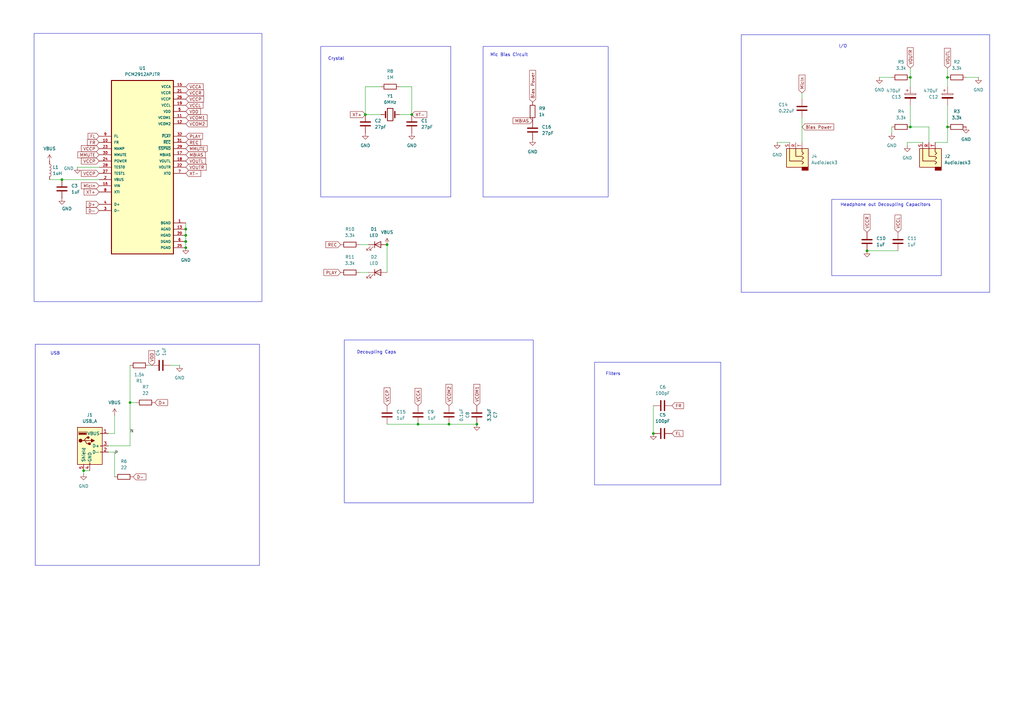
<source format=kicad_sch>
(kicad_sch (version 20250114) (generator "eeschema") (generator_version "9.0")
  (paper "A3")
  (title_block (title "AudioCardio") (date "2025-08-10") (company "Hasnat4763"))
  (lib_symbols
    (symbol "Connector:USB_A" (pin_names (offset 1.016))
      (property "Reference" "J" (at -5.08 11.43 0))
      (property "Value" "USB_A" (at -5.08 8.89 0))
      (symbol "USB_A_0_1"
        (rectangle (start -5.08 -7.62) (end 5.08 7.62) (stroke (width 0.254)) (fill (type background)))
        (circle (center -3.81 2.159) (radius 0.635) (stroke (width 0.254)) (fill (type outline)))
        (polyline (pts (xy -3.175 2.159) (xy -2.54 2.159) (xy -1.27 3.429) (xy -0.635 3.429)) (stroke (width 0.254)))
        (polyline (pts (xy -2.54 2.159) (xy -1.905 2.159) (xy -1.27 0.889) (xy 0 0.889)) (stroke (width 0.254)))
        (rectangle (start -1.524 4.826) (end -4.318 5.334) (fill (type outline)))
        (rectangle (start -1.27 4.572) (end -4.572 5.842))
        (circle (center -0.635 3.429) (radius 0.381) (stroke (width 0.254)) (fill (type outline)))
        (rectangle (start -0.127 -7.62) (end 0.127 -6.858))
        (rectangle (start 0.254 1.27) (end -0.508 0.508) (stroke (width 0.254)) (fill (type outline)))
        (polyline (pts (xy 0.635 2.794) (xy 0.635 1.524) (xy 1.905 2.159) (xy 0.635 2.794)) (stroke (width 0.254)) (fill (type outline)))
        (rectangle (start 5.08 4.953) (end 4.318 5.207))
        (rectangle (start 5.08 -0.127) (end 4.318 0.127))
        (rectangle (start 5.08 -2.667) (end 4.318 -2.413))
      )
      (symbol "USB_A_1_1"
        (polyline (pts (xy -1.905 2.159) (xy 0.635 2.159)) (stroke (width 0.254)))
        (pin passive line (at -2.54 -10.16 90) (length 2.54) (name "Shield") (number "5"))
        (pin power_in line (at 0 -10.16 90) (length 2.54) (name "GND") (number "4"))
        (pin power_in line (at 7.62 5.08 180) (length 2.54) (name "VBUS") (number "1"))
        (pin bidirectional line (at 7.62 0 180) (length 2.54) (name "D+") (number "3"))
        (pin bidirectional line (at 7.62 -2.54 180) (length 2.54) (name "D-") (number "2"))
      )
    )
    (symbol "Connector_Audio:AudioJack3"
      (property "Reference" "J" (at 0 8.89 0))
      (property "Value" "AudioJack3" (at 0 6.35 0))
      (symbol "AudioJack3_0_1"
        (rectangle (start -5.08 -5.08) (end -6.35 -2.54) (stroke (width 0.254)) (fill (type outline)))
        (polyline (pts (xy -1.905 -2.54) (xy -1.27 -3.175) (xy -0.635 -2.54) (xy -0.635 0) (xy 2.54 0)) (stroke (width 0.254)))
        (polyline (pts (xy 0 -2.54) (xy 0.635 -3.175) (xy 1.27 -2.54) (xy 2.54 -2.54)) (stroke (width 0.254)))
        (rectangle (start 2.54 3.81) (end -5.08 -5.08) (stroke (width 0.254)) (fill (type background)))
        (polyline (pts (xy 2.54 2.54) (xy -2.54 2.54) (xy -2.54 -2.54) (xy -3.175 -3.175) (xy -3.81 -2.54)) (stroke (width 0.254)))
      )
      (symbol "AudioJack3_1_1"
        (pin passive line (at 5.08 2.54 180) (length 2.54) (name "~") (number "S"))
        (pin passive line (at 5.08 0 180) (length 2.54) (name "~") (number "R"))
        (pin passive line (at 5.08 -2.54 180) (length 2.54) (name "~") (number "T"))
      )
    )
    (symbol "Device:C" (pin_numbers (hide yes)) (pin_names (offset 0.254))
      (property "Reference" "C" (at 0.635 2.54 0))
      (property "Value" "C" (at 0.635 -2.54 0))
      (symbol "C_0_1"
        (polyline (pts (xy -2.032 0.762) (xy 2.032 0.762)) (stroke (width 0.508)))
        (polyline (pts (xy -2.032 -0.762) (xy 2.032 -0.762)) (stroke (width 0.508)))
      )
      (symbol "C_1_1"
        (pin passive line (at 0 3.81 270) (length 2.794) (name "~") (number "1"))
        (pin passive line (at 0 -3.81 90) (length 2.794) (name "~") (number "2"))
      )
    )
    (symbol "Device:C_Polarized" (pin_numbers (hide yes)) (pin_names (offset 0.254))
      (property "Reference" "C" (at 0.635 2.54 0))
      (property "Value" "C_Polarized" (at 0.635 -2.54 0))
      (symbol "C_Polarized_0_1"
        (rectangle (start -2.286 0.508) (end 2.286 1.016))
        (polyline (pts (xy -1.778 2.286) (xy -0.762 2.286)))
        (polyline (pts (xy -1.27 2.794) (xy -1.27 1.778)))
        (rectangle (start 2.286 -0.508) (end -2.286 -1.016) (fill (type outline)))
      )
      (symbol "C_Polarized_1_1"
        (pin passive line (at 0 3.81 270) (length 2.794) (name "~") (number "1"))
        (pin passive line (at 0 -3.81 90) (length 2.794) (name "~") (number "2"))
      )
    )
    (symbol "Device:Crystal" (pin_numbers (hide yes)) (pin_names (offset 1.016) (hide yes))
      (property "Reference" "Y" (at 0 3.81 0))
      (property "Value" "Crystal" (at 0 -3.81 0))
      (symbol "Crystal_0_1"
        (polyline (pts (xy -2.54 0) (xy -1.905 0)))
        (polyline (pts (xy -1.905 -1.27) (xy -1.905 1.27)) (stroke (width 0.508)))
        (rectangle (start -1.143 2.54) (end 1.143 -2.54) (stroke (width 0.3048)))
        (polyline (pts (xy 1.905 -1.27) (xy 1.905 1.27)) (stroke (width 0.508)))
        (polyline (pts (xy 2.54 0) (xy 1.905 0)))
      )
      (symbol "Crystal_1_1"
        (pin passive line (at -3.81 0 0) (length 1.27) (name "1") (number "1"))
        (pin passive line (at 3.81 0 180) (length 1.27) (name "2") (number "2"))
      )
    )
    (symbol "Device:L" (pin_numbers (hide yes)) (pin_names (offset 1.016) (hide yes))
      (property "Reference" "L" (at -1.27 0 90))
      (property "Value" "L" (at 1.905 0 90))
      (symbol "L_0_1"
        (arc (start 0 2.54) (mid 0.6323 1.905) (end 0 1.27))
        (arc (start 0 1.27) (mid 0.6323 0.635) (end 0 0))
        (arc (start 0 0) (mid 0.6323 -0.635) (end 0 -1.27))
        (arc (start 0 -1.27) (mid 0.6323 -1.905) (end 0 -2.54))
      )
      (symbol "L_1_1"
        (pin passive line (at 0 3.81 270) (length 1.27) (name "1") (number "1"))
        (pin passive line (at 0 -3.81 90) (length 1.27) (name "2") (number "2"))
      )
    )
    (symbol "Device:LED" (pin_numbers (hide yes)) (pin_names (offset 1.016) (hide yes))
      (property "Reference" "D" (at 0 2.54 0))
      (property "Value" "LED" (at 0 -2.54 0))
      (symbol "LED_0_1"
        (polyline (pts (xy -3.048 -0.762) (xy -4.572 -2.286) (xy -3.81 -2.286) (xy -4.572 -2.286) (xy -4.572 -1.524)))
        (polyline (pts (xy -1.778 -0.762) (xy -3.302 -2.286) (xy -2.54 -2.286) (xy -3.302 -2.286) (xy -3.302 -1.524)))
        (polyline (pts (xy -1.27 0) (xy 1.27 0)))
        (polyline (pts (xy -1.27 -1.27) (xy -1.27 1.27)) (stroke (width 0.254)))
        (polyline (pts (xy 1.27 -1.27) (xy 1.27 1.27) (xy -1.27 0) (xy 1.27 -1.27)) (stroke (width 0.254)))
      )
      (symbol "LED_1_1"
        (pin passive line (at -3.81 0 0) (length 2.54) (name "K") (number "1"))
        (pin passive line (at 3.81 0 180) (length 2.54) (name "A") (number "2"))
      )
    )
    (symbol "Device:R" (pin_numbers (hide yes)) (pin_names (offset 0))
      (property "Reference" "R" (at 2.032 0 90))
      (property "Value" "R" (at 0 0 90))
      (symbol "R_0_1"
        (rectangle (start -1.016 -2.54) (end 1.016 2.54) (stroke (width 0.254)))
      )
      (symbol "R_1_1"
        (pin passive line (at 0 3.81 270) (length 1.27) (name "~") (number "1"))
        (pin passive line (at 0 -3.81 90) (length 1.27) (name "~") (number "2"))
      )
    )
    (symbol "PCM2912APJTR:PCM2912APJTR" (pin_names (offset 1.016))
      (property "Reference" "U" (at -12.7 36.56 0))
      (property "Value" "PCM2912APJTR" (at -12.7 -39.56 0))
      (symbol "PCM2912APJTR_0_0"
        (rectangle (start -12.7 -35.56) (end 12.7 35.56) (stroke (width 0.41)) (fill (type background)))
        (pin input line (at -17.78 12.7 0) (length 5.08) (name "FL") (number "9"))
        (pin input line (at -17.78 10.16 0) (length 5.08) (name "FR") (number "10"))
        (pin input line (at -17.78 7.62 0) (length 5.08) (name "MAMP") (number "23"))
        (pin input line (at -17.78 5.08 0) (length 5.08) (name "MMUTE") (number "30"))
        (pin input line (at -17.78 2.54 0) (length 5.08) (name "POWER") (number "24"))
        (pin input line (at -17.78 0 0) (length 5.08) (name "TEST0") (number "28"))
        (pin input line (at -17.78 -2.54 0) (length 5.08) (name "TEST1") (number "27"))
        (pin input line (at -17.78 -5.08 0) (length 5.08) (name "VBUS") (number "2"))
        (pin input line (at -17.78 -7.62 0) (length 5.08) (name "VIN") (number "16"))
        (pin input line (at -17.78 -10.16 0) (length 5.08) (name "XTI") (number "8"))
        (pin bidirectional line (at -17.78 -15.24 0) (length 5.08) (name "D+") (number "4"))
        (pin bidirectional line (at -17.78 -17.78 0) (length 5.08) (name "D-") (number "3"))
        (pin power_in line (at 17.78 33.02 180) (length 5.08) (name "VCCA") (number "15"))
        (pin power_in line (at 17.78 30.48 180) (length 5.08) (name "VCCR") (number "21"))
        (pin power_in line (at 17.78 27.94 180) (length 5.08) (name "VCCP") (number "26"))
        (pin power_in line (at 17.78 25.4 180) (length 5.08) (name "VCCL") (number "19"))
        (pin power_in line (at 17.78 22.86 180) (length 5.08) (name "VDD") (number "5"))
        (pin power_in line (at 17.78 20.32 180) (length 5.08) (name "VCOM1") (number "11"))
        (pin power_in line (at 17.78 17.78 180) (length 5.08) (name "VCOM2") (number "12"))
        (pin output line (at 17.78 12.7 180) (length 5.08) (name "~{PLAY}") (number "32"))
        (pin output line (at 17.78 10.16 180) (length 5.08) (name "~{REC}") (number "31"))
        (pin output line (at 17.78 7.62 180) (length 5.08) (name "~{SSPND}") (number "29"))
        (pin output line (at 17.78 5.08 180) (length 5.08) (name "MBIAS") (number "17"))
        (pin output line (at 17.78 2.54 180) (length 5.08) (name "VOUTL") (number "18"))
        (pin output line (at 17.78 0 180) (length 5.08) (name "VOUTR") (number "22"))
        (pin output line (at 17.78 -2.54 180) (length 5.08) (name "XTO") (number "7"))
        (pin power_in line (at 17.78 -22.86 180) (length 5.08) (name "BGND") (number "1"))
        (pin power_in line (at 17.78 -25.4 180) (length 5.08) (name "AGND") (number "13"))
        (pin power_in line (at 17.78 -27.94 180) (length 5.08) (name "HGND") (number "20"))
        (pin power_in line (at 17.78 -30.48 180) (length 5.08) (name "DGND") (number "6"))
        (pin power_in line (at 17.78 -33.02 180) (length 5.08) (name "PGND") (number "25"))
      )
    )
    (symbol "power:GND" (power) (pin_numbers (hide yes)) (pin_names (offset 0) (hide yes))
      (property "Value" "GND" (at 0 -3.81 0))
      (symbol "GND_0_1"
        (polyline (pts (xy 0 0) (xy 0 -1.27) (xy 1.27 -1.27) (xy 0 -2.54) (xy -1.27 -1.27) (xy 0 -1.27)))
      )
      (symbol "GND_1_1"
        (pin power_in line (at 0 0 270) (length 0) (name "~") (number "1"))
      )
    )
    (symbol "power:VBUS" (power) (pin_numbers (hide yes)) (pin_names (offset 0) (hide yes))
      (property "Value" "VBUS" (at 0 3.556 0))
      (symbol "VBUS_0_1"
        (polyline (pts (xy -0.762 1.27) (xy 0 2.54)))
        (polyline (pts (xy 0 2.54) (xy 0.762 1.27)))
        (polyline (pts (xy 0 0) (xy 0 2.54)))
      )
      (symbol "VBUS_1_1"
        (pin power_in line (at 0 0 90) (length 0) (name "~") (number "1"))
      )
    )
  )
  (rectangle (start 131.572 19.05) (end 184.912 80.772))
  (rectangle (start 13.97 13.716) (end 107.442 123.698))
  (rectangle (start 141.224 139.446) (end 218.694 206.248))
  (rectangle (start 243.84 148.59) (end 295.656 198.882))
  (rectangle (start 341.122 81.788) (end 386.08 113.03))
  (rectangle (start 198.12 19.05) (end 249.428 80.772))
  (rectangle (start 14.478 141.224) (end 106.426 231.902))
  (rectangle (start 304.038 14.224) (end 405.892 119.888))
  (text "I/O" (at 345.694 19.05 0) (effects (font (size 1.27 1.27))))
  (text "Filters" (at 251.46 153.416 0) (effects (font (size 1.27 1.27))))
  (text "Decoupling Caps" (at 154.432 144.526 0) (effects (font (size 1.27 1.27))))
  (text "Mic Bias Circuit" (at 208.788 22.606 0) (effects (font (size 1.27 1.27))))
  (text "USB" (at 22.606 145.034 0) (effects (font (size 1.27 1.27))))
  (text "Headphone out Decoupling Capacitors" (at 363.22 84.074 0) (effects (font (size 1.27 1.27))))
  (text "Crystal" (at 137.922 24.13 0) (effects (font (size 1.27 1.27))))
  (junction (at 171.45 173.99))
  (junction (at 168.91 46.99))
  (junction (at 76.2 99.06))
  (junction (at 76.2 93.98))
  (junction (at 158.75 100.33))
  (junction (at 355.6 102.87))
  (junction (at 388.62 52.07))
  (junction (at 149.86 46.99))
  (junction (at 53.34 165.1))
  (junction (at 25.4 73.66))
  (junction (at 373.38 52.07))
  (junction (at 76.2 101.6))
  (junction (at 373.38 31.75))
  (junction (at 76.2 96.52))
  (junction (at 388.62 31.75))
  (junction (at 34.29 193.04))
  (junction (at 195.58 173.99))
  (junction (at 184.15 173.99))
  (junction (at 267.97 177.8))
  (wire (pts (xy 373.38 35.56) (xy 373.38 31.75)))
  (wire (pts (xy 388.62 43.18) (xy 388.62 52.07)))
  (wire (pts (xy 328.93 38.1) (xy 328.93 40.64)))
  (wire (pts (xy 31.75 68.58) (xy 40.64 68.58)))
  (wire (pts (xy 396.24 31.75) (xy 401.32 31.75)))
  (wire (pts (xy 184.15 173.99) (xy 195.58 173.99)))
  (wire (pts (xy 76.2 99.06) (xy 76.2 101.6)))
  (wire (pts (xy 388.62 52.07) (xy 388.62 58.42)))
  (wire (pts (xy 147.32 100.33) (xy 151.13 100.33)))
  (wire (pts (xy 372.11 59.69) (xy 372.11 58.42)))
  (wire (pts (xy 60.96 149.86) (xy 62.23 149.86)))
  (wire (pts (xy 147.32 111.76) (xy 151.13 111.76)))
  (wire (pts (xy 53.34 149.86) (xy 53.34 165.1)))
  (wire (pts (xy 76.2 93.98) (xy 76.2 96.52)))
  (wire (pts (xy 373.38 43.18) (xy 373.38 52.07)))
  (wire (pts (xy 34.29 193.04) (xy 34.29 194.31)))
  (wire (pts (xy 372.11 58.42) (xy 378.46 58.42)))
  (wire (pts (xy 168.91 46.99) (xy 163.83 46.99)))
  (wire (pts (xy 73.66 149.86) (xy 69.85 149.86)))
  (wire (pts (xy 53.34 165.1) (xy 55.88 165.1)))
  (wire (pts (xy 388.62 31.75) (xy 388.62 27.94)))
  (wire (pts (xy 355.6 102.87) (xy 368.3 102.87)))
  (wire (pts (xy 46.99 195.58) (xy 46.99 185.42)))
  (wire (pts (xy 267.97 166.37) (xy 267.97 177.8)))
  (wire (pts (xy 158.75 173.99) (xy 171.45 173.99)))
  (wire (pts (xy 373.38 31.75) (xy 373.38 27.94)))
  (wire (pts (xy 34.29 193.04) (xy 36.83 193.04)))
  (wire (pts (xy 360.68 31.75) (xy 365.76 31.75)))
  (wire (pts (xy 318.77 58.42) (xy 323.85 58.42)))
  (wire (pts (xy 158.75 100.33) (xy 158.75 111.76)))
  (wire (pts (xy 44.45 182.88) (xy 53.34 182.88)))
  (wire (pts (xy 373.38 52.07) (xy 381 52.07)))
  (wire (pts (xy 25.4 73.66) (xy 40.64 73.66)))
  (wire (pts (xy 76.2 91.44) (xy 76.2 93.98)))
  (wire (pts (xy 44.45 185.42) (xy 46.99 185.42)))
  (wire (pts (xy 149.86 46.99) (xy 156.21 46.99)))
  (wire (pts (xy 76.2 96.52) (xy 76.2 99.06)))
  (wire (pts (xy 171.45 173.99) (xy 184.15 173.99)))
  (wire (pts (xy 328.93 48.26) (xy 328.93 58.42)))
  (wire (pts (xy 388.62 35.56) (xy 388.62 31.75)))
  (wire (pts (xy 53.34 182.88) (xy 53.34 165.1)))
  (wire (pts (xy 156.21 35.56) (xy 149.86 35.56)))
  (wire (pts (xy 149.86 35.56) (xy 149.86 46.99)))
  (wire (pts (xy 388.62 58.42) (xy 383.54 58.42)))
  (wire (pts (xy 168.91 35.56) (xy 168.91 46.99)))
  (wire (pts (xy 163.83 35.56) (xy 168.91 35.56)))
  (wire (pts (xy 46.99 170.18) (xy 46.99 177.8)))
  (wire (pts (xy 365.76 54.61) (xy 365.76 52.07)))
  (wire (pts (xy 44.45 177.8) (xy 46.99 177.8)))
  (wire (pts (xy 381 52.07) (xy 381 58.42)))
  (wire (pts (xy 20.32 73.66) (xy 25.4 73.66)))
  (label "N" (at 53.34 177.8 0))
  (label "P" (at 46.99 186.69 0))
  (global_label "D+" (shape input) (at 40.64 83.82 180) (property "Intersheetrefs" "${INTERSHEET_REFS}" (effects (hide yes))))
  (global_label "VCCP" (shape input) (at 158.75 166.37 90) (property "Intersheetrefs" "${INTERSHEET_REFS}" (effects (hide yes))))
  (global_label "FL" (shape input) (at 275.59 177.8 0) (property "Intersheetrefs" "${INTERSHEET_REFS}" (effects (hide yes))))
  (global_label "MBIAS" (shape input) (at 218.44 49.53 180) (property "Intersheetrefs" "${INTERSHEET_REFS}" (effects (hide yes))))
  (global_label "VCCL" (shape input) (at 368.3 95.25 90) (property "Intersheetrefs" "${INTERSHEET_REFS}" (effects (hide yes))))
  (global_label "VCOM2" (shape input) (at 184.15 166.37 90) (property "Intersheetrefs" "${INTERSHEET_REFS}" (effects (hide yes))))
  (global_label "XT-" (shape input) (at 76.2 71.12 0) (property "Intersheetrefs" "${INTERSHEET_REFS}" (effects (hide yes))))
  (global_label "D+" (shape input) (at 63.5 165.1 0) (property "Intersheetrefs" "${INTERSHEET_REFS}" (effects (hide yes))))
  (global_label "VCCL" (shape input) (at 76.2 43.18 0) (property "Intersheetrefs" "${INTERSHEET_REFS}" (effects (hide yes))))
  (global_label "MicIn" (shape input) (at 328.93 38.1 90) (property "Intersheetrefs" "${INTERSHEET_REFS}" (effects (hide yes))))
  (global_label "VCCA" (shape input) (at 171.45 166.37 90) (property "Intersheetrefs" "${INTERSHEET_REFS}" (effects (hide yes))))
  (global_label "MMUTE" (shape input) (at 76.2 60.96 0) (property "Intersheetrefs" "${INTERSHEET_REFS}" (effects (hide yes))))
  (global_label "REC" (shape input) (at 139.7 100.33 180) (property "Intersheetrefs" "${INTERSHEET_REFS}" (effects (hide yes))))
  (global_label "FL" (shape input) (at 40.64 55.88 180) (property "Intersheetrefs" "${INTERSHEET_REFS}" (effects (hide yes))))
  (global_label "VCCP" (shape input) (at 40.64 71.12 180) (property "Intersheetrefs" "${INTERSHEET_REFS}" (effects (hide yes))))
  (global_label "VCCR" (shape input) (at 76.2 38.1 0) (property "Intersheetrefs" "${INTERSHEET_REFS}" (effects (hide yes))))
  (global_label "VCOM1" (shape input) (at 195.58 166.37 90) (property "Intersheetrefs" "${INTERSHEET_REFS}" (effects (hide yes))))
  (global_label "XT+" (shape input) (at 149.86 46.99 180) (property "Intersheetrefs" "${INTERSHEET_REFS}" (effects (hide yes))))
  (global_label "VDD" (shape input) (at 76.2 45.72 0) (property "Intersheetrefs" "${INTERSHEET_REFS}" (effects (hide yes))))
  (global_label "PLAY" (shape input) (at 139.7 111.76 180) (property "Intersheetrefs" "${INTERSHEET_REFS}" (effects (hide yes))))
  (global_label "FR" (shape input) (at 40.64 58.42 180) (property "Intersheetrefs" "${INTERSHEET_REFS}" (effects (hide yes))))
  (global_label "VOUTR" (shape input) (at 76.2 68.58 0) (property "Intersheetrefs" "${INTERSHEET_REFS}" (effects (hide yes))))
  (global_label "MicIn" (shape input) (at 40.64 76.2 180) (property "Intersheetrefs" "${INTERSHEET_REFS}" (effects (hide yes))))
  (global_label "VCCA" (shape input) (at 76.2 35.56 0) (property "Intersheetrefs" "${INTERSHEET_REFS}" (effects (hide yes))))
  (global_label "VCCR" (shape input) (at 355.6 95.25 90) (property "Intersheetrefs" "${INTERSHEET_REFS}" (effects (hide yes))))
  (global_label "VCOM1" (shape input) (at 76.2 48.26 0) (property "Intersheetrefs" "${INTERSHEET_REFS}" (effects (hide yes))))
  (global_label "D-" (shape input) (at 40.64 86.36 180) (property "Intersheetrefs" "${INTERSHEET_REFS}" (effects (hide yes))))
  (global_label "VCCP" (shape input) (at 40.64 60.96 180) (property "Intersheetrefs" "${INTERSHEET_REFS}" (effects (hide yes))))
  (global_label "FR" (shape input) (at 275.59 166.37 0) (property "Intersheetrefs" "${INTERSHEET_REFS}" (effects (hide yes))))
  (global_label "VOUTR" (shape input) (at 373.38 27.94 90) (property "Intersheetrefs" "${INTERSHEET_REFS}" (effects (hide yes))))
  (global_label "VDD" (shape input) (at 62.23 149.86 90) (property "Intersheetrefs" "${INTERSHEET_REFS}" (effects (hide yes))))
  (global_label "VCOM2" (shape input) (at 76.2 50.8 0) (property "Intersheetrefs" "${INTERSHEET_REFS}" (effects (hide yes))))
  (global_label "Bias Power" (shape input) (at 218.44 41.91 90) (property "Intersheetrefs" "${INTERSHEET_REFS}" (effects (hide yes))))
  (global_label "MBIAS" (shape input) (at 76.2 63.5 0) (property "Intersheetrefs" "${INTERSHEET_REFS}" (effects (hide yes))))
  (global_label "VCCP" (shape input) (at 40.64 66.04 180) (property "Intersheetrefs" "${INTERSHEET_REFS}" (effects (hide yes))))
  (global_label "VOUTL" (shape input) (at 76.2 66.04 0) (property "Intersheetrefs" "${INTERSHEET_REFS}" (effects (hide yes))))
  (global_label "D-" (shape input) (at 54.61 195.58 0) (property "Intersheetrefs" "${INTERSHEET_REFS}" (effects (hide yes))))
  (global_label "XT+" (shape input) (at 40.64 78.74 180) (property "Intersheetrefs" "${INTERSHEET_REFS}" (effects (hide yes))))
  (global_label "VOUTL" (shape input) (at 388.62 27.94 90) (property "Intersheetrefs" "${INTERSHEET_REFS}" (effects (hide yes))))
  (global_label "REC" (shape input) (at 76.2 58.42 0) (property "Intersheetrefs" "${INTERSHEET_REFS}" (effects (hide yes))))
  (global_label "Bias Power" (shape input) (at 328.93 52.07 0) (property "Intersheetrefs" "${INTERSHEET_REFS}" (effects (hide yes))))
  (global_label "PLAY" (shape input) (at 76.2 55.88 0) (property "Intersheetrefs" "${INTERSHEET_REFS}" (effects (hide yes))))
  (global_label "MMUTE" (shape input) (at 40.64 63.5 180) (property "Intersheetrefs" "${INTERSHEET_REFS}" (effects (hide yes))))
  (global_label "XT-" (shape input) (at 168.91 46.99 0) (property "Intersheetrefs" "${INTERSHEET_REFS}" (effects (hide yes))))
  (global_label "VCCP" (shape input) (at 76.2 40.64 0) (property "Intersheetrefs" "${INTERSHEET_REFS}" (effects (hide yes))))
  (symbol (lib_id "Device:C") (at 271.78 166.37 270) (unit 1)
    (property "Reference" "C6" (at 271.78 158.75 90))
    (property "Value" "100pF" (at 271.78 161.29 90))
    (property "Footprint" "Capacitor_SMD:C_0603_1608Metric" (effects (hide yes)))
    (property "Description" "Unpolarized capacitor" (effects (hide yes)))
  )
  (symbol (lib_id "Device:R") (at 218.44 45.72 180) (unit 1)
    (property "Reference" "R9" (at 220.98 44.4499 0) (effects (justify right)))
    (property "Value" "1k" (at 220.98 46.9899 0) (effects (justify right)))
    (property "Footprint" "Resistor_SMD:R_0603_1608Metric" (effects (hide yes)))
    (property "Description" "Resistor" (effects (hide yes)))
  )
  (symbol (lib_id "Device:C") (at 195.58 170.18 180) (unit 1)
    (property "Reference" "C7" (at 203.2 170.18 90))
    (property "Value" "3.3uF" (at 200.66 170.18 90))
    (property "Footprint" "Capacitor_SMD:C_0603_1608Metric" (effects (hide yes)))
    (property "Description" "Unpolarized capacitor" (effects (hide yes)))
  )
  (symbol (lib_id "Connector:USB_A") (at 36.83 182.88 0) (unit 1)
    (property "Reference" "J1" (at 36.83 170.18 0))
    (property "Value" "USB_A" (at 36.83 172.72 0))
    (property "Footprint" "Connector_USB:USB_A_Connfly_DS1098_Horizontal" (effects (hide yes)))
    (property "Description" "USB Type A connector" (effects (hide yes)))
  )
  (symbol (lib_id "Device:LED") (at 154.94 111.76 0) (unit 1)
    (property "Reference" "D2" (at 153.3525 105.41 0))
    (property "Value" "LED" (at 153.3525 107.95 0))
    (property "Footprint" "LED_SMD:LED_0603_1608Metric" (effects (hide yes)))
    (property "Description" "Light emitting diode" (effects (hide yes)))
    (property "Sim.Pins" "1=K 2=A" (effects (hide yes)))
  )
  (symbol (lib_id "power:GND") (at 76.2 101.6 0) (unit 1)
    (property "Reference" "#PWR01" (effects (hide yes)))
    (property "Value" "GND" (at 76.2 106.68 0))
    (property "Description" "Power symbol creates a global label with name \"GND\" , ground" (effects (hide yes)))
  )
  (symbol (lib_id "Device:C") (at 328.93 44.45 0) (unit 1)
    (property "Reference" "C14" (at 319.278 42.926 0) (effects (justify left)))
    (property "Value" "0.22uF" (at 319.278 45.466 0) (effects (justify left)))
    (property "Footprint" "Capacitor_THT:C_Radial_D4.0mm_H5.0mm_P1.50mm" (effects (hide yes)))
    (property "Description" "Unpolarized capacitor" (effects (hide yes)))
  )
  (symbol (lib_id "power:GND") (at 34.29 194.31 0) (unit 1)
    (property "Reference" "#PWR02" (effects (hide yes)))
    (property "Value" "GND" (at 34.29 199.39 0))
    (property "Description" "Power symbol creates a global label with name \"GND\" , ground" (effects (hide yes)))
  )
  (symbol (lib_id "power:GND") (at 149.86 54.61 0) (unit 1)
    (property "Reference" "#PWR03" (effects (hide yes)))
    (property "Value" "GND" (at 149.86 59.69 0))
    (property "Description" "Power symbol creates a global label with name \"GND\" , ground" (effects (hide yes)))
  )
  (symbol (lib_id "power:VBUS") (at 46.99 170.18 0) (unit 1)
    (property "Reference" "#PWR05" (effects (hide yes)))
    (property "Value" "VBUS" (at 46.99 165.1 0))
    (property "Description" "Power symbol creates a global label with name \"VBUS\"" (effects (hide yes)))
  )
  (symbol (lib_id "power:GND") (at 318.77 58.42 0) (unit 1)
    (property "Reference" "#PWR015" (effects (hide yes)))
    (property "Value" "GND" (at 318.77 63.5 0))
    (property "Description" "Power symbol creates a global label with name \"GND\" , ground" (effects (hide yes)))
  )
  (symbol (lib_id "power:GND") (at 360.68 31.75 0) (unit 1)
    (property "Reference" "#PWR018" (effects (hide yes)))
    (property "Value" "GND" (at 360.68 36.83 0))
    (property "Description" "Power symbol creates a global label with name \"GND\" , ground" (effects (hide yes)))
  )
  (symbol (lib_id "power:GND") (at 365.76 54.61 0) (unit 1)
    (property "Reference" "#PWR016" (effects (hide yes)))
    (property "Value" "GND" (at 365.76 59.69 0))
    (property "Description" "Power symbol creates a global label with name \"GND\" , ground" (effects (hide yes)))
  )
  (symbol (lib_id "Device:LED") (at 154.94 100.33 0) (unit 1)
    (property "Reference" "D1" (at 153.3525 93.98 0))
    (property "Value" "LED" (at 153.3525 96.52 0))
    (property "Footprint" "LED_SMD:LED_0603_1608Metric" (effects (hide yes)))
    (property "Description" "Light emitting diode" (effects (hide yes)))
    (property "Sim.Pins" "1=K 2=A" (effects (hide yes)))
  )
  (symbol (lib_id "Device:L") (at 20.32 69.85 0) (unit 1)
    (property "Reference" "L1" (at 21.59 68.5799 0) (effects (justify left)))
    (property "Value" "1uH" (at 21.59 71.1199 0) (effects (justify left)))
    (property "Footprint" "Inductor_SMD:L_0603_1608Metric" (effects (hide yes)))
    (property "Description" "Inductor" (effects (hide yes)))
  )
  (symbol (lib_id "Device:R") (at 369.57 52.07 90) (unit 1)
    (property "Reference" "R4" (at 369.57 45.72 90))
    (property "Value" "3.3k" (at 369.57 48.26 90))
    (property "Footprint" "Resistor_SMD:R_0603_1608Metric" (effects (hide yes)))
    (property "Description" "Resistor" (effects (hide yes)))
  )
  (symbol (lib_id "Device:R") (at 143.51 111.76 90) (unit 1)
    (property "Reference" "R11" (at 143.51 105.41 90))
    (property "Value" "3.3k" (at 143.51 107.95 90))
    (property "Footprint" "Resistor_SMD:R_0603_1608Metric" (effects (hide yes)))
    (property "Description" "Resistor" (effects (hide yes)))
  )
  (symbol (lib_id "power:VBUS") (at 20.32 66.04 0) (unit 1)
    (property "Reference" "#PWR06" (effects (hide yes)))
    (property "Value" "VBUS" (at 20.32 60.96 0))
    (property "Description" "Power symbol creates a global label with name \"VBUS\"" (effects (hide yes)))
  )
  (symbol (lib_id "Device:C") (at 218.44 53.34 0) (unit 1)
    (property "Reference" "C16" (at 222.25 52.0699 0) (effects (justify left)))
    (property "Value" "27pF" (at 222.25 54.6099 0) (effects (justify left)))
    (property "Footprint" "Capacitor_SMD:C_0603_1608Metric" (effects (hide yes)))
    (property "Description" "Unpolarized capacitor" (effects (hide yes)))
  )
  (symbol (lib_id "Device:C") (at 168.91 50.8 0) (unit 1)
    (property "Reference" "C1" (at 172.72 49.5299 0) (effects (justify left)))
    (property "Value" "27pF" (at 172.72 52.0699 0) (effects (justify left)))
    (property "Footprint" "Capacitor_SMD:C_0603_1608Metric" (effects (hide yes)))
    (property "Description" "Unpolarized capacitor" (effects (hide yes)))
  )
  (symbol (lib_id "Device:R") (at 50.8 195.58 90) (unit 1)
    (property "Reference" "R6" (at 50.8 189.23 90))
    (property "Value" "22" (at 50.8 191.77 90))
    (property "Footprint" "Resistor_SMD:R_0603_1608Metric" (effects (hide yes)))
    (property "Description" "Resistor" (effects (hide yes)))
  )
  (symbol (lib_id "power:GND") (at 355.6 102.87 0) (unit 1)
    (property "Reference" "#PWR022" (effects (hide yes)))
    (property "Value" "GND" (effects (hide yes)))
    (property "Description" "Power symbol creates a global label with name \"GND\" , ground" (effects (hide yes)))
  )
  (symbol (lib_id "Device:R") (at 392.43 52.07 90) (unit 1)
    (property "Reference" "R3" (at 392.43 45.72 90))
    (property "Value" "3.3k" (at 392.43 48.26 90))
    (property "Footprint" "Resistor_SMD:R_0603_1608Metric" (effects (hide yes)))
    (property "Description" "Resistor" (effects (hide yes)))
  )
  (symbol (lib_id "power:VBUS") (at 158.75 100.33 0) (unit 1)
    (property "Reference" "#PWR08" (effects (hide yes)))
    (property "Value" "VBUS" (at 158.75 95.25 0))
    (property "Description" "Power symbol creates a global label with name \"VBUS\"" (effects (hide yes)))
  )
  (symbol (lib_id "Device:C_Polarized") (at 373.38 39.37 0) (unit 1)
    (property "Reference" "C13" (at 369.57 39.7511 0) (effects (justify right)))
    (property "Value" "470uF" (at 369.57 37.2111 0) (effects (justify right)))
    (property "Footprint" "Capacitor_THT:C_Radial_D4.0mm_H5.0mm_P1.50mm" (effects (hide yes)))
    (property "Description" "Polarized capacitor" (effects (hide yes)))
  )
  (symbol (lib_id "Device:C") (at 149.86 50.8 0) (unit 1)
    (property "Reference" "C2" (at 153.67 49.5299 0) (effects (justify left)))
    (property "Value" "27pF" (at 153.67 52.0699 0) (effects (justify left)))
    (property "Footprint" "Capacitor_SMD:C_0603_1608Metric" (effects (hide yes)))
    (property "Description" "Unpolarized capacitor" (effects (hide yes)))
  )
  (symbol (lib_id "Device:C") (at 355.6 99.06 0) (unit 1)
    (property "Reference" "C10" (at 359.41 97.7899 0) (effects (justify left)))
    (property "Value" "1uF" (at 359.41 100.3299 0) (effects (justify left)))
    (property "Footprint" "Capacitor_SMD:C_0603_1608Metric" (effects (hide yes)))
    (property "Description" "Unpolarized capacitor" (effects (hide yes)))
  )
  (symbol (lib_id "Device:R") (at 57.15 149.86 270) (unit 1)
    (property "Reference" "R1" (at 57.15 156.21 90))
    (property "Value" "1.5k" (at 57.15 153.67 90))
    (property "Footprint" "Resistor_SMD:R_0603_1608Metric" (effects (hide yes)))
    (property "Description" "Resistor" (effects (hide yes)))
  )
  (symbol (lib_id "power:GND") (at 168.91 54.61 0) (unit 1)
    (property "Reference" "#PWR04" (effects (hide yes)))
    (property "Value" "GND" (at 168.91 59.69 0))
    (property "Description" "Power symbol creates a global label with name \"GND\" , ground" (effects (hide yes)))
  )
  (symbol (lib_id "Device:C") (at 184.15 170.18 180) (unit 1)
    (property "Reference" "C8" (at 191.77 170.18 90))
    (property "Value" "0.1uF" (at 189.23 170.18 90))
    (property "Footprint" "Capacitor_SMD:C_0603_1608Metric" (effects (hide yes)))
    (property "Description" "Unpolarized capacitor" (effects (hide yes)))
  )
  (symbol (lib_id "Device:C") (at 66.04 149.86 90) (unit 1)
    (property "Reference" "C4" (at 64.7699 146.05 0) (effects (justify left)))
    (property "Value" "1uF" (at 67.3099 146.05 0) (effects (justify left)))
    (property "Footprint" "Capacitor_SMD:C_0603_1608Metric" (effects (hide yes)))
    (property "Description" "Unpolarized capacitor" (effects (hide yes)))
  )
  (symbol (lib_id "Device:R") (at 369.57 31.75 90) (unit 1)
    (property "Reference" "R5" (at 369.57 25.4 90))
    (property "Value" "3.3k" (at 369.57 27.94 90))
    (property "Footprint" "Resistor_SMD:R_0603_1608Metric" (effects (hide yes)))
    (property "Description" "Resistor" (effects (hide yes)))
  )
  (symbol (lib_id "Device:C") (at 171.45 170.18 0) (unit 1)
    (property "Reference" "C9" (at 175.26 168.9099 0) (effects (justify left)))
    (property "Value" "1uF" (at 175.26 171.4499 0) (effects (justify left)))
    (property "Footprint" "Capacitor_SMD:C_0603_1608Metric" (effects (hide yes)))
    (property "Description" "Unpolarized capacitor" (effects (hide yes)))
  )
  (symbol (lib_id "Device:C") (at 158.75 170.18 0) (unit 1)
    (property "Reference" "C15" (at 162.56 168.9099 0) (effects (justify left)))
    (property "Value" "1uF" (at 162.56 171.4499 0) (effects (justify left)))
    (property "Footprint" "Capacitor_SMD:C_0603_1608Metric" (effects (hide yes)))
    (property "Description" "Unpolarized capacitor" (effects (hide yes)))
  )
  (symbol (lib_id "Device:Crystal") (at 160.02 46.99 0) (unit 1)
    (property "Reference" "Y1" (at 160.02 39.37 0))
    (property "Value" "6MHz" (at 160.02 41.91 0))
    (property "Footprint" "ABLS-6.000MHz-20-B-3-H-T:XTAL_ABLS-6.000MHz-20-B-3-H-T" (effects (hide yes)))
    (property "Description" "Two pin crystal" (effects (hide yes)))
  )
  (symbol (lib_id "power:GND") (at 31.75 68.58 0) (unit 1)
    (property "Reference" "#PWR011" (effects (hide yes)))
    (property "Value" "GND" (at 28.194 69.088 0))
    (property "Description" "Power symbol creates a global label with name \"GND\" , ground" (effects (hide yes)))
  )
  (symbol (lib_id "Connector_Audio:AudioJack3") (at 326.39 63.5 90) (unit 1)
    (property "Reference" "J4" (at 332.74 64.1349 90) (effects (justify right)))
    (property "Value" "AudioJack3" (at 332.74 66.6749 90) (effects (justify right)))
    (property "Footprint" "Connector_Audio:Jack_3.5mm_CUI_SJ1-3523N_Horizontal" (effects (hide yes)))
    (property "Description" "Audio Jack, 3 Poles (Stereo / TRS)" (effects (hide yes)))
  )
  (symbol (lib_id "power:GND") (at 218.44 57.15 0) (unit 1)
    (property "Reference" "#PWR07" (effects (hide yes)))
    (property "Value" "GND" (at 218.44 62.23 0))
    (property "Description" "Power symbol creates a global label with name \"GND\" , ground" (effects (hide yes)))
  )
  (symbol (lib_id "Device:R") (at 392.43 31.75 90) (unit 1)
    (property "Reference" "R2" (at 392.43 25.4 90))
    (property "Value" "3.3k" (at 392.43 27.94 90))
    (property "Footprint" "Resistor_SMD:R_0603_1608Metric" (effects (hide yes)))
    (property "Description" "Resistor" (effects (hide yes)))
  )
  (symbol (lib_id "power:GND") (at 195.58 173.99 0) (unit 1)
    (property "Reference" "#PWR023" (effects (hide yes)))
    (property "Value" "GND" (effects (hide yes)))
    (property "Description" "Power symbol creates a global label with name \"GND\" , ground" (effects (hide yes)))
  )
  (symbol (lib_id "power:GND") (at 267.97 177.8 0) (unit 1)
    (property "Reference" "#PWR021" (effects (hide yes)))
    (property "Value" "GND" (effects (hide yes)))
    (property "Description" "Power symbol creates a global label with name \"GND\" , ground" (effects (hide yes)))
  )
  (symbol (lib_id "Device:C_Polarized") (at 388.62 39.37 0) (unit 1)
    (property "Reference" "C12" (at 384.81 39.7511 0) (effects (justify right)))
    (property "Value" "470uF" (at 384.81 37.2111 0) (effects (justify right)))
    (property "Footprint" "Capacitor_THT:C_Radial_D4.0mm_H5.0mm_P1.50mm" (effects (hide yes)))
    (property "Description" "Polarized capacitor" (effects (hide yes)))
  )
  (symbol (lib_id "Device:R") (at 160.02 35.56 90) (unit 1)
    (property "Reference" "R8" (at 160.02 29.21 90))
    (property "Value" "1M" (at 160.02 31.75 90))
    (property "Footprint" "Resistor_SMD:R_0603_1608Metric" (effects (hide yes)))
    (property "Description" "Resistor" (effects (hide yes)))
  )
  (symbol (lib_id "PCM2912APJTR:PCM2912APJTR") (at 58.42 68.58 0) (unit 1)
    (property "Reference" "U1" (at 58.42 27.94 0))
    (property "Value" "PCM2912APJTR" (at 58.42 30.48 0))
    (property "Footprint" "PCM2912APJTR:QFP80P900X900X120-32N" (effects (hide yes)))
    (property "MF" "Texas Instruments" (effects (hide yes)))
    (property "Description_1" "Audio CODEC with USB Interface, Mono Microphone Input and Stereo Headphone Output" (effects (hide yes)))
    (property "Package" "TQFP-32 Texas Instruments" (effects (hide yes)))
    (property "Price" "None" (effects (hide yes)))
    (property "SnapEDA_Link" "https://www.snapeda.com/parts/PCM2912APJTR/Texas+Instruments/view-part/?ref=snap" (effects (hide yes)))
    (property "MP" "PCM2912APJTR" (effects (hide yes)))
    (property "Availability" "In Stock" (effects (hide yes)))
    (property "Check_prices" "https://www.snapeda.com/parts/PCM2912APJTR/Texas+Instruments/view-part/?ref=eda" (effects (hide yes)))
  )
  (symbol (lib_id "power:GND") (at 396.24 52.07 0) (unit 1)
    (property "Reference" "#PWR017" (effects (hide yes)))
    (property "Value" "GND" (at 396.24 57.15 0))
    (property "Description" "Power symbol creates a global label with name \"GND\" , ground" (effects (hide yes)))
  )
  (symbol (lib_id "power:GND") (at 372.11 59.69 0) (unit 1)
    (property "Reference" "#PWR014" (effects (hide yes)))
    (property "Value" "GND" (at 372.11 64.77 0))
    (property "Description" "Power symbol creates a global label with name \"GND\" , ground" (effects (hide yes)))
  )
  (symbol (lib_id "Device:C") (at 368.3 99.06 0) (unit 1)
    (property "Reference" "C11" (at 372.11 97.7899 0) (effects (justify left)))
    (property "Value" "1uF" (at 372.11 100.3299 0) (effects (justify left)))
    (property "Footprint" "Capacitor_SMD:C_0603_1608Metric" (effects (hide yes)))
    (property "Description" "Unpolarized capacitor" (effects (hide yes)))
  )
  (symbol (lib_id "Connector_Audio:AudioJack3") (at 381 63.5 90) (unit 1)
    (property "Reference" "J2" (at 387.35 64.1349 90) (effects (justify right)))
    (property "Value" "AudioJack3" (at 387.35 66.6749 90) (effects (justify right)))
    (property "Footprint" "Connector_Audio:Jack_3.5mm_CUI_SJ1-3523N_Horizontal" (effects (hide yes)))
    (property "Description" "Audio Jack, 3 Poles (Stereo / TRS)" (effects (hide yes)))
  )
  (symbol (lib_id "Device:C") (at 271.78 177.8 270) (unit 1)
    (property "Reference" "C5" (at 271.78 170.18 90))
    (property "Value" "100pF" (at 271.78 172.72 90))
    (property "Footprint" "Capacitor_SMD:C_0603_1608Metric" (effects (hide yes)))
    (property "Description" "Unpolarized capacitor" (effects (hide yes)))
  )
  (symbol (lib_id "Device:R") (at 143.51 100.33 90) (unit 1)
    (property "Reference" "R10" (at 143.51 93.98 90))
    (property "Value" "3.3k" (at 143.51 96.52 90))
    (property "Footprint" "Resistor_SMD:R_0603_1608Metric" (effects (hide yes)))
    (property "Description" "Resistor" (effects (hide yes)))
  )
  (symbol (lib_id "power:GND") (at 25.4 81.28 0) (unit 1)
    (property "Reference" "#PWR012" (effects (hide yes)))
    (property "Value" "GND" (at 27.432 85.598 0))
    (property "Description" "Power symbol creates a global label with name \"GND\" , ground" (effects (hide yes)))
  )
  (symbol (lib_id "power:GND") (at 401.32 31.75 0) (unit 1)
    (property "Reference" "#PWR019" (effects (hide yes)))
    (property "Value" "GND" (at 401.32 36.83 0))
    (property "Description" "Power symbol creates a global label with name \"GND\" , ground" (effects (hide yes)))
  )
  (symbol (lib_id "Device:R") (at 59.69 165.1 90) (unit 1)
    (property "Reference" "R7" (at 59.69 158.75 90))
    (property "Value" "22" (at 59.69 161.29 90))
    (property "Footprint" "Resistor_SMD:R_0603_1608Metric" (effects (hide yes)))
    (property "Description" "Resistor" (effects (hide yes)))
  )
  (symbol (lib_id "Device:C") (at 25.4 77.47 0) (unit 1)
    (property "Reference" "C3" (at 29.21 76.1999 0) (effects (justify left)))
    (property "Value" "1uF" (at 29.21 78.7399 0) (effects (justify left)))
    (property "Footprint" "Capacitor_SMD:C_0603_1608Metric" (effects (hide yes)))
    (property "Description" "Unpolarized capacitor" (effects (hide yes)))
  )
  (symbol (lib_id "power:GND") (at 73.66 149.86 0) (unit 1)
    (property "Reference" "#PWR09" (effects (hide yes)))
    (property "Value" "GND" (at 73.66 154.94 0))
    (property "Description" "Power symbol creates a global label with name \"GND\" , ground" (effects (hide yes)))
  )
)
</source>
